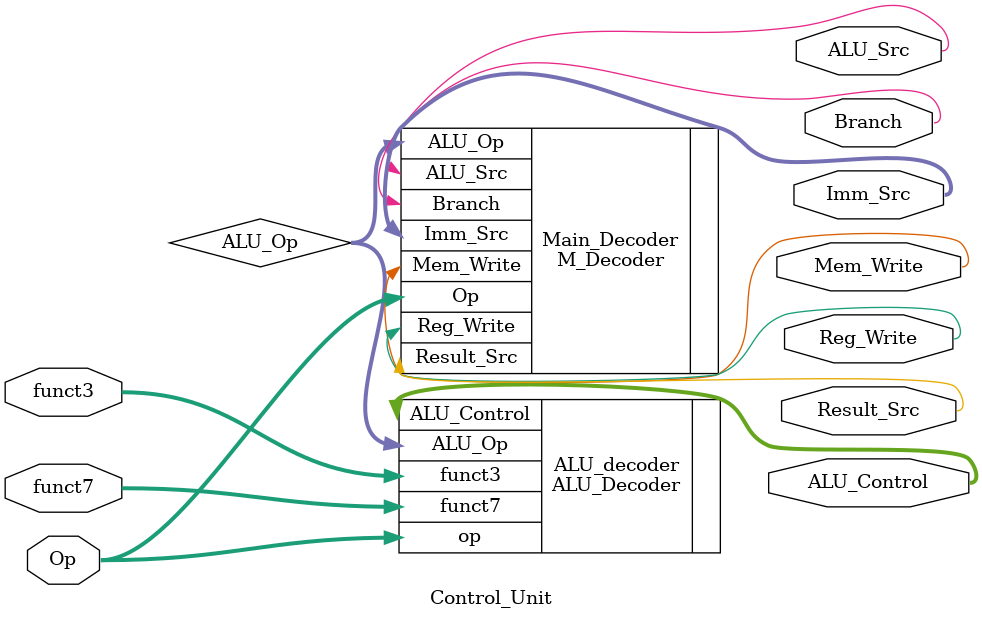
<source format=v>
`timescale 1ns / 1ps


module Control_Unit(Op,Reg_Write,Imm_Src,ALU_Src,Mem_Write,Result_Src,Branch,funct3,funct7,ALU_Control);

    input [6:0]Op,funct7;
    input [2:0]funct3;
    output Reg_Write,ALU_Src,Mem_Write,Result_Src,Branch;
    output [1:0]Imm_Src;
    output [2:0]ALU_Control;

    wire [1:0]ALU_Op;

    M_Decoder Main_Decoder(
                .Op(Op),
                .Reg_Write(Reg_Write),
                .Imm_Src(Imm_Src),
                .Mem_Write(Mem_Write),
                .Result_Src(Result_Src),
                .Branch(Branch),
                .ALU_Src(ALU_Src),
                .ALU_Op(ALU_Op)
    );

    ALU_Decoder ALU_decoder(
                            .ALU_Op(ALU_Op),
                            .funct3(funct3),
                            .funct7(funct7),
                            .op(Op),
                            .ALU_Control(ALU_Control)
    );


endmodule



</source>
